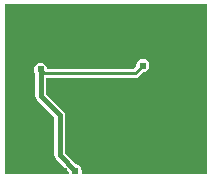
<source format=gbl>
G04 Layer_Physical_Order=2*
G04 Layer_Color=16711680*
%FSLAX24Y24*%
%MOIN*%
G70*
G01*
G75*
%ADD25C,0.0100*%
%ADD29C,0.0150*%
%ADD31C,0.0240*%
%ADD32C,0.0260*%
G36*
X3457Y-2047D02*
X-698D01*
X-729Y-1997D01*
X-716Y-1930D01*
X-733Y-1844D01*
X-781Y-1771D01*
X-854Y-1723D01*
X-905Y-1713D01*
X-1281Y-1337D01*
Y-72D01*
X-1281Y-72D01*
X-1295Y-4D01*
X-1333Y54D01*
X-1920Y640D01*
Y1167D01*
X1050D01*
X1108Y1179D01*
X1158Y1212D01*
X1303Y1357D01*
X1310Y1356D01*
X1396Y1373D01*
X1469Y1421D01*
X1517Y1494D01*
X1534Y1580D01*
X1517Y1666D01*
X1469Y1739D01*
X1396Y1787D01*
X1310Y1804D01*
X1224Y1787D01*
X1151Y1739D01*
X1103Y1666D01*
X1086Y1580D01*
X1087Y1573D01*
X987Y1473D01*
X-1879D01*
X-1891Y1533D01*
X-1940Y1606D01*
X-2013Y1655D01*
X-2098Y1672D01*
X-2184Y1655D01*
X-2257Y1606D01*
X-2306Y1533D01*
X-2323Y1448D01*
X-2306Y1362D01*
X-2277Y1319D01*
Y567D01*
X-2263Y498D01*
X-2225Y440D01*
X-1638Y-146D01*
Y-1411D01*
X-1624Y-1479D01*
X-1586Y-1537D01*
X-1157Y-1965D01*
X-1151Y-1997D01*
X-1182Y-2047D01*
X-3277D01*
Y3637D01*
X3457D01*
Y-2047D01*
D02*
G37*
D25*
X-2098Y1448D02*
X-1971Y1320D01*
X1050D01*
X1310Y1580D01*
D29*
X-1459Y-1411D02*
X-940Y-1930D01*
X-2098Y567D02*
Y1448D01*
Y567D02*
X-1459Y-72D01*
Y-1411D02*
Y-72D01*
D31*
X-130Y2270D02*
D03*
X-910Y3520D02*
D03*
X1270Y2007D02*
D03*
X-350Y1640D02*
D03*
X3340Y3520D02*
D03*
X1090D02*
D03*
X-1300Y1552D02*
D03*
X-3160Y3520D02*
D03*
X-1680Y3520D02*
D03*
X-134Y3520D02*
D03*
X-2790Y-80D02*
D03*
X-3160Y-1380D02*
D03*
Y-1930D02*
D03*
X3340D02*
D03*
X2020D02*
D03*
X3340Y-527D02*
D03*
X2400Y-530D02*
D03*
X3340Y133D02*
D03*
X3340Y1290D02*
D03*
X2310Y2410D02*
D03*
X3340Y2920D02*
D03*
X1930Y2330D02*
D03*
X1590D02*
D03*
X-134Y2910D02*
D03*
X-3160Y1490D02*
D03*
X-2070Y1790D02*
D03*
X-3160Y2920D02*
D03*
X-2098Y1448D02*
D03*
X-2720Y1150D02*
D03*
X1310Y1580D02*
D03*
X-1310Y-1940D02*
D03*
X2020Y-750D02*
D03*
X-940Y-1930D02*
D03*
X-1180Y-1181D02*
D03*
X-2620Y750D02*
D03*
X2590Y680D02*
D03*
Y1010D02*
D03*
X-2280Y2890D02*
D03*
X2372Y138D02*
D03*
X2930Y1272D02*
D03*
D32*
X-709Y709D02*
D03*
X-236D02*
D03*
X236D02*
D03*
X709D02*
D03*
X-709Y236D02*
D03*
X-236D02*
D03*
X236D02*
D03*
X709D02*
D03*
X-709Y-236D02*
D03*
X-236D02*
D03*
X236D02*
D03*
X709D02*
D03*
X-709Y-709D02*
D03*
X-236D02*
D03*
X236D02*
D03*
X709D02*
D03*
M02*

</source>
